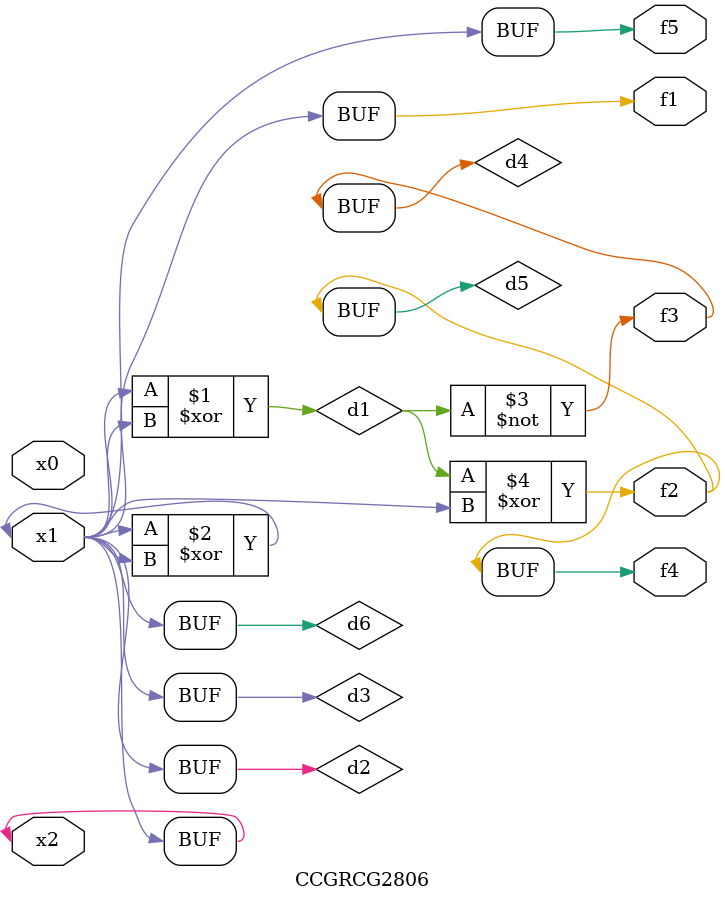
<source format=v>
module CCGRCG2806(
	input x0, x1, x2,
	output f1, f2, f3, f4, f5
);

	wire d1, d2, d3, d4, d5, d6;

	xor (d1, x1, x2);
	buf (d2, x1, x2);
	xor (d3, x1, x2);
	nor (d4, d1);
	xor (d5, d1, d2);
	buf (d6, d2, d3);
	assign f1 = d6;
	assign f2 = d5;
	assign f3 = d4;
	assign f4 = d5;
	assign f5 = d6;
endmodule

</source>
